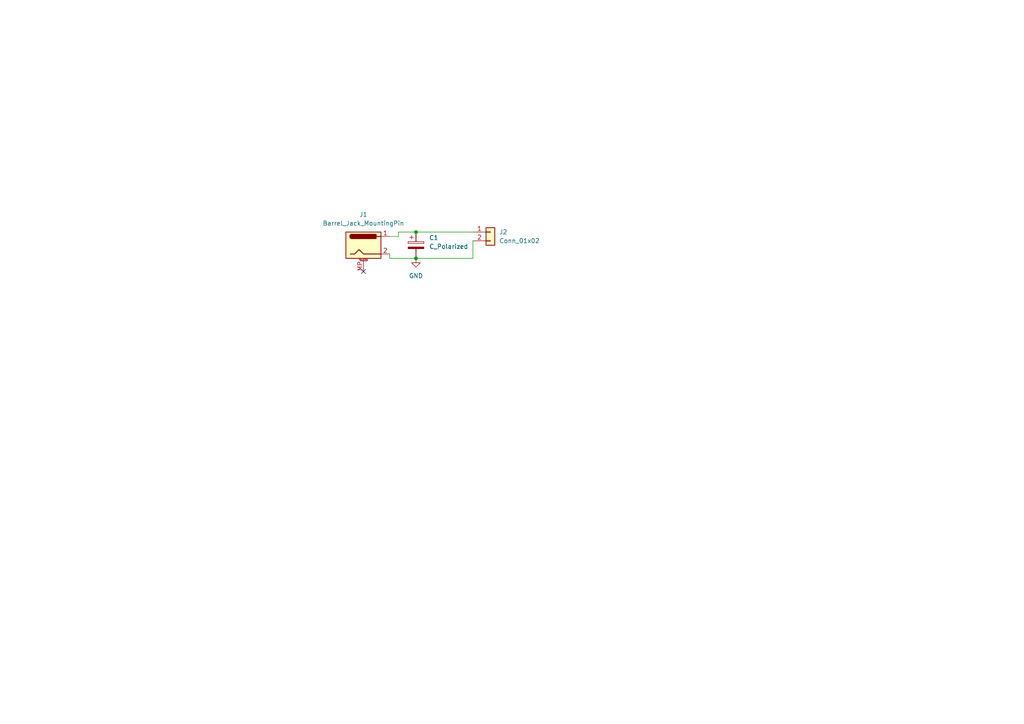
<source format=kicad_sch>
(kicad_sch (version 20211123) (generator eeschema)
  (paper "A4")
  (lib_symbols
    (symbol "Connector:Barrel_Jack_MountingPin" (pin_names hide)
      (property "Reference" "J" (at 0 5.334 0))
      (property "Value" "Barrel_Jack_MountingPin" (at 1.27 -6.35 0))
      (symbol "Barrel_Jack_MountingPin_0_1"
        (rectangle (start -5.08 3.81) (end 5.08 -3.81) (stroke (width 0.254)) (fill (type background)))
        (arc (start -3.302 3.175) (mid -3.937 2.54) (end -3.302 1.905) (stroke (width 0.254)))
        (arc (start -3.302 3.175) (mid -3.937 2.54) (end -3.302 1.905) (stroke (width 0.254)) (fill (type outline)))
        (polyline (pts (xy 5.08 2.54) (xy 3.81 2.54)) (stroke (width 0.254)))
        (polyline (pts (xy -3.81 -2.54) (xy -2.54 -2.54) (xy -1.27 -1.27) (xy 0 -2.54) (xy 2.54 -2.54) (xy 5.08 -2.54)) (stroke (width 0.254)))
        (rectangle (start 3.683 3.175) (end -3.302 1.905) (stroke (width 0.254)) (fill (type outline)))
      )
      (symbol "Barrel_Jack_MountingPin_1_1"
        (polyline (pts (xy -1.016 -4.572) (xy 1.016 -4.572)) (stroke (width 0.1524)))
        (text "Mounting" (at 0 -4.191 0) (effects (font (size 0.381 0.381))))
        (pin passive line (at 7.62 2.54 180) (length 2.54) (name "~") (number "1"))
        (pin passive line (at 7.62 -2.54 180) (length 2.54) (name "~") (number "2"))
        (pin passive line (at 0 -7.62 90) (length 3.048) (name "MountPin") (number "MP"))
      )
    )
    (symbol "Connector_Generic:Conn_01x02" (pin_names (offset 1.016) hide)
      (property "Reference" "J" (at 0 2.54 0))
      (property "Value" "Conn_01x02" (at 0 -5.08 0))
      (symbol "Conn_01x02_1_1"
        (rectangle (start -1.27 -2.413) (end 0 -2.667) (stroke (width 0.1524)))
        (rectangle (start -1.27 0.127) (end 0 -0.127) (stroke (width 0.1524)))
        (rectangle (start -1.27 1.27) (end 1.27 -3.81) (stroke (width 0.254)) (fill (type background)))
        (pin passive line (at -5.08 0 0) (length 3.81) (name "Pin_1") (number "1"))
        (pin passive line (at -5.08 -2.54 0) (length 3.81) (name "Pin_2") (number "2"))
      )
    )
    (symbol "Device:C_Polarized" (pin_numbers hide) (pin_names (offset 0.254))
      (property "Reference" "C" (at 0.635 2.54 0))
      (property "Value" "C_Polarized" (at 0.635 -2.54 0))
      (symbol "C_Polarized_0_1"
        (rectangle (start -2.286 0.508) (end 2.286 1.016))
        (polyline (pts (xy -1.778 2.286) (xy -0.762 2.286)))
        (polyline (pts (xy -1.27 2.794) (xy -1.27 1.778)))
        (rectangle (start 2.286 -0.508) (end -2.286 -1.016) (fill (type outline)))
      )
      (symbol "C_Polarized_1_1"
        (pin passive line (at 0 3.81 270) (length 2.794) (name "~") (number "1"))
        (pin passive line (at 0 -3.81 90) (length 2.794) (name "~") (number "2"))
      )
    )
    (symbol "power:GND" (power) (pin_names (offset 0))
      (property "Value" "GND" (at 0 -3.81 0))
      (symbol "GND_0_1"
        (polyline (pts (xy 0 0) (xy 0 -1.27) (xy 1.27 -1.27) (xy 0 -2.54) (xy -1.27 -1.27) (xy 0 -1.27)))
      )
      (symbol "GND_1_1"
        (pin power_in line (at 0 0 270) (length 0) hide (name "GND") (number "1"))
      )
    )
  )
  (junction (at 120.65 67.31))
  (junction (at 120.65 74.93))
  (no_connect (at 105.41 78.74))
  (wire (pts (xy 113.03 68.58) (xy 115.57 68.58)))
  (wire (pts (xy 115.57 68.58) (xy 115.57 67.31)))
  (wire (pts (xy 113.03 74.93) (xy 120.65 74.93)))
  (wire (pts (xy 137.16 74.93) (xy 137.16 69.85)))
  (wire (pts (xy 120.65 74.93) (xy 137.16 74.93)))
  (wire (pts (xy 115.57 67.31) (xy 120.65 67.31)))
  (wire (pts (xy 113.03 73.66) (xy 113.03 74.93)))
  (wire (pts (xy 120.65 67.31) (xy 137.16 67.31)))
  (symbol (lib_id "Connector_Generic:Conn_01x02") (at 142.24 67.31 0) (unit 1)
    (property "Reference" "J2" (at 144.78 67.3099 0) (effects (justify left)))
    (property "Value" "Conn_01x02" (at 144.78 69.8499 0) (effects (justify left)))
    (property "Footprint" "Connector_PinHeader_2.00mm:PinHeader_1x02_P2.00mm_Vertical" (effects hide))
  )
  (symbol (lib_id "Device:C_Polarized") (at 120.65 71.12 0) (unit 1)
    (property "Reference" "C1" (at 124.46 68.9609 0) (effects (justify left)))
    (property "Value" "C_Polarized" (at 124.46 71.5009 0) (effects (justify left)))
    (property "Footprint" "Capacitor_THT:CP_Radial_D12.5mm_P5.00mm" (effects hide))
  )
  (symbol (lib_id "Connector:Barrel_Jack_MountingPin") (at 105.41 71.12 0) (unit 1)
    (property "Reference" "J1" (at 105.41 62.23 0))
    (property "Value" "Barrel_Jack_MountingPin" (at 105.41 64.77 0))
    (property "Footprint" "Connector_BarrelJack:BarrelJack_GCT_DCJ200-10-A_Horizontal" (effects hide))
  )
  (symbol (lib_id "power:GND") (at 120.65 74.93 0) (unit 1)
    (property "Reference" "#PWR0101" (effects hide))
    (property "Value" "GND" (at 120.65 80.01 0))
  )
)
</source>
